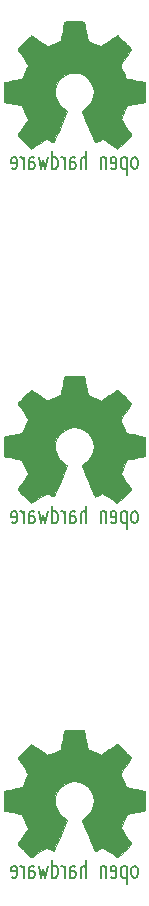
<source format=gbl>
G04 #@! TF.GenerationSoftware,KiCad,Pcbnew,(5.0.0)*
G04 #@! TF.CreationDate,2018-09-02T17:29:03+02:00*
G04 #@! TF.ProjectId,MegaBiels_P,4D6567614269656C735F502E6B696361,rev?*
G04 #@! TF.SameCoordinates,Original*
G04 #@! TF.FileFunction,Copper,L2,Bot,Signal*
G04 #@! TF.FilePolarity,Positive*
%FSLAX46Y46*%
G04 Gerber Fmt 4.6, Leading zero omitted, Abs format (unit mm)*
G04 Created by KiCad (PCBNEW (5.0.0)) date 09/02/18 17:29:03*
%MOMM*%
%LPD*%
G01*
G04 APERTURE LIST*
G04 #@! TA.AperFunction,EtchedComponent*
%ADD10C,0.002540*%
G04 #@! TD*
G04 #@! TA.AperFunction,EtchedComponent*
%ADD11C,0.150000*%
G04 #@! TD*
G04 APERTURE END LIST*
D10*
G04 #@! TO.C,G\002A\002A\002A*
G36*
X203137280Y-134389880D02*
X203073780Y-134356860D01*
X202934080Y-134267960D01*
X202733420Y-134138420D01*
X202497200Y-133978400D01*
X202258440Y-133818380D01*
X202062860Y-133686300D01*
X201925700Y-133599940D01*
X201869820Y-133566920D01*
X201839340Y-133577080D01*
X201725040Y-133632960D01*
X201562480Y-133719320D01*
X201465960Y-133767580D01*
X201316100Y-133833620D01*
X201242440Y-133846320D01*
X201229740Y-133826000D01*
X201173860Y-133709160D01*
X201087500Y-133513580D01*
X200973200Y-133251960D01*
X200843660Y-132949700D01*
X200706500Y-132619500D01*
X200566800Y-132284220D01*
X200434720Y-131966720D01*
X200315340Y-131679700D01*
X200221360Y-131446020D01*
X200160400Y-131283460D01*
X200137540Y-131212340D01*
X200145160Y-131197100D01*
X200218820Y-131125980D01*
X200350900Y-131026920D01*
X200635380Y-130795780D01*
X200914780Y-130445260D01*
X201084960Y-130049020D01*
X201143380Y-129607060D01*
X201095120Y-129198120D01*
X200932560Y-128804420D01*
X200658240Y-128451360D01*
X200325500Y-128187200D01*
X199936880Y-128022100D01*
X199500000Y-127966220D01*
X199080900Y-128014480D01*
X198679580Y-128171960D01*
X198326520Y-128441200D01*
X198176660Y-128613920D01*
X197970920Y-128972060D01*
X197854080Y-129358140D01*
X197841380Y-129454660D01*
X197859160Y-129876300D01*
X197983620Y-130280160D01*
X198204600Y-130640840D01*
X198514480Y-130938020D01*
X198552580Y-130965960D01*
X198697360Y-131072640D01*
X198791340Y-131146300D01*
X198867540Y-131207260D01*
X198331600Y-132500120D01*
X198245240Y-132705860D01*
X198097920Y-133056380D01*
X197968380Y-133361180D01*
X197864240Y-133605020D01*
X197793120Y-133765040D01*
X197762640Y-133831080D01*
X197757560Y-133833620D01*
X197711840Y-133841240D01*
X197612780Y-133805680D01*
X197432440Y-133719320D01*
X197313060Y-133658360D01*
X197175900Y-133592320D01*
X197114940Y-133566920D01*
X197061600Y-133594860D01*
X196929520Y-133681220D01*
X196739020Y-133810760D01*
X196507880Y-133965700D01*
X196286900Y-134115560D01*
X196083700Y-134250180D01*
X195936380Y-134344160D01*
X195865260Y-134382260D01*
X195855100Y-134382260D01*
X195791600Y-134346700D01*
X195674760Y-134250180D01*
X195499500Y-134082540D01*
X195250580Y-133838700D01*
X195212480Y-133800600D01*
X195006740Y-133592320D01*
X194841640Y-133417060D01*
X194729880Y-133292600D01*
X194689240Y-133236720D01*
X194727340Y-133165600D01*
X194818780Y-133018280D01*
X194953400Y-132815080D01*
X195115960Y-132573780D01*
X195545220Y-131954020D01*
X195309000Y-131367280D01*
X195237880Y-131186940D01*
X195146440Y-130968500D01*
X195077860Y-130813560D01*
X195042300Y-130744980D01*
X194978800Y-130722120D01*
X194818780Y-130684020D01*
X194585100Y-130635760D01*
X194308240Y-130584960D01*
X194044080Y-130536700D01*
X193805320Y-130490980D01*
X193632600Y-130457960D01*
X193553860Y-130442720D01*
X193536080Y-130430020D01*
X193520840Y-130391920D01*
X193510680Y-130310640D01*
X193505600Y-130165860D01*
X193500520Y-129937260D01*
X193500520Y-129607060D01*
X193500520Y-129571500D01*
X193505600Y-129256540D01*
X193510680Y-129005080D01*
X193518300Y-128839980D01*
X193531000Y-128773940D01*
X193604660Y-128756160D01*
X193774840Y-128720600D01*
X194013600Y-128672340D01*
X194298080Y-128619000D01*
X194315860Y-128616460D01*
X194600340Y-128560580D01*
X194836560Y-128512320D01*
X195004200Y-128474220D01*
X195072780Y-128451360D01*
X195088020Y-128431040D01*
X195146440Y-128319280D01*
X195227720Y-128144020D01*
X195321700Y-127930660D01*
X195413140Y-127707140D01*
X195494420Y-127506480D01*
X195547760Y-127356620D01*
X195563000Y-127288040D01*
X195519820Y-127219460D01*
X195423300Y-127072140D01*
X195283600Y-126868940D01*
X195118500Y-126627640D01*
X195105800Y-126607320D01*
X194943240Y-126368560D01*
X194811160Y-126165360D01*
X194722260Y-126020580D01*
X194689240Y-125957080D01*
X194689240Y-125952000D01*
X194745120Y-125880880D01*
X194867040Y-125743720D01*
X195042300Y-125560840D01*
X195250580Y-125350020D01*
X195319160Y-125283980D01*
X195550300Y-125055380D01*
X195712860Y-124908060D01*
X195814460Y-124826780D01*
X195862720Y-124809000D01*
X195865260Y-124811540D01*
X195936380Y-124854720D01*
X196088780Y-124953780D01*
X196294520Y-125093480D01*
X196538360Y-125258580D01*
X196553600Y-125268740D01*
X196794900Y-125431300D01*
X196993020Y-125568460D01*
X197135260Y-125662440D01*
X197198760Y-125698000D01*
X197208920Y-125698000D01*
X197305440Y-125670060D01*
X197475620Y-125611640D01*
X197686440Y-125530360D01*
X197907420Y-125441460D01*
X198110620Y-125355100D01*
X198260480Y-125286520D01*
X198331600Y-125245880D01*
X198334140Y-125243340D01*
X198359540Y-125156980D01*
X198400180Y-124976640D01*
X198453520Y-124730260D01*
X198506860Y-124435620D01*
X198517020Y-124389900D01*
X198570360Y-124102880D01*
X198616080Y-123866660D01*
X198651640Y-123704100D01*
X198666880Y-123635520D01*
X198707520Y-123627900D01*
X198847220Y-123617740D01*
X199060580Y-123610120D01*
X199319660Y-123607580D01*
X199591440Y-123610120D01*
X199855600Y-123615200D01*
X200081660Y-123622820D01*
X200244220Y-123635520D01*
X200312800Y-123648220D01*
X200315340Y-123653300D01*
X200338200Y-123742200D01*
X200378840Y-123920000D01*
X200429640Y-124168920D01*
X200485520Y-124463560D01*
X200495680Y-124516900D01*
X200549020Y-124801380D01*
X200597280Y-125035060D01*
X200632840Y-125195080D01*
X200650620Y-125258580D01*
X200676020Y-125271280D01*
X200792860Y-125324620D01*
X200983360Y-125403360D01*
X201222120Y-125499880D01*
X201770760Y-125720860D01*
X202443860Y-125258580D01*
X202504820Y-125217940D01*
X202748660Y-125052840D01*
X202946780Y-124920760D01*
X203086480Y-124831860D01*
X203142360Y-124798840D01*
X203147440Y-124801380D01*
X203216020Y-124859800D01*
X203348100Y-124984260D01*
X203530980Y-125162060D01*
X203741800Y-125372880D01*
X203899280Y-125530360D01*
X204084700Y-125718320D01*
X204201540Y-125845320D01*
X204267580Y-125926600D01*
X204290440Y-125977400D01*
X204282820Y-126010420D01*
X204239640Y-126079000D01*
X204140580Y-126226320D01*
X204003420Y-126432060D01*
X203838320Y-126668280D01*
X203703700Y-126868940D01*
X203556380Y-127095000D01*
X203462400Y-127255020D01*
X203429380Y-127333760D01*
X203437000Y-127366780D01*
X203485260Y-127498860D01*
X203564000Y-127699520D01*
X203665600Y-127935740D01*
X203899280Y-128469140D01*
X204249800Y-128535180D01*
X204460620Y-128575820D01*
X204757800Y-128634240D01*
X205042280Y-128687580D01*
X205484240Y-128773940D01*
X205499480Y-130399540D01*
X205430900Y-130430020D01*
X205364860Y-130447800D01*
X205202300Y-130483360D01*
X204968620Y-130529080D01*
X204691760Y-130582420D01*
X204455540Y-130625600D01*
X204219320Y-130671320D01*
X204049140Y-130704340D01*
X203972940Y-130719580D01*
X203955160Y-130744980D01*
X203894200Y-130861820D01*
X203810380Y-131042160D01*
X203716400Y-131263140D01*
X203622420Y-131489200D01*
X203538600Y-131700020D01*
X203480180Y-131860040D01*
X203457320Y-131943860D01*
X203490340Y-132004820D01*
X203579240Y-132144520D01*
X203711320Y-132342640D01*
X203871340Y-132578860D01*
X204033900Y-132815080D01*
X204168520Y-133015740D01*
X204265040Y-133160520D01*
X204303140Y-133226560D01*
X204282820Y-133272280D01*
X204188840Y-133386580D01*
X204011040Y-133569460D01*
X203746880Y-133831080D01*
X203703700Y-133874260D01*
X203492880Y-134074920D01*
X203315080Y-134240020D01*
X203193160Y-134349240D01*
X203137280Y-134389880D01*
X203137280Y-134389880D01*
G37*
X203137280Y-134389880D02*
X203073780Y-134356860D01*
X202934080Y-134267960D01*
X202733420Y-134138420D01*
X202497200Y-133978400D01*
X202258440Y-133818380D01*
X202062860Y-133686300D01*
X201925700Y-133599940D01*
X201869820Y-133566920D01*
X201839340Y-133577080D01*
X201725040Y-133632960D01*
X201562480Y-133719320D01*
X201465960Y-133767580D01*
X201316100Y-133833620D01*
X201242440Y-133846320D01*
X201229740Y-133826000D01*
X201173860Y-133709160D01*
X201087500Y-133513580D01*
X200973200Y-133251960D01*
X200843660Y-132949700D01*
X200706500Y-132619500D01*
X200566800Y-132284220D01*
X200434720Y-131966720D01*
X200315340Y-131679700D01*
X200221360Y-131446020D01*
X200160400Y-131283460D01*
X200137540Y-131212340D01*
X200145160Y-131197100D01*
X200218820Y-131125980D01*
X200350900Y-131026920D01*
X200635380Y-130795780D01*
X200914780Y-130445260D01*
X201084960Y-130049020D01*
X201143380Y-129607060D01*
X201095120Y-129198120D01*
X200932560Y-128804420D01*
X200658240Y-128451360D01*
X200325500Y-128187200D01*
X199936880Y-128022100D01*
X199500000Y-127966220D01*
X199080900Y-128014480D01*
X198679580Y-128171960D01*
X198326520Y-128441200D01*
X198176660Y-128613920D01*
X197970920Y-128972060D01*
X197854080Y-129358140D01*
X197841380Y-129454660D01*
X197859160Y-129876300D01*
X197983620Y-130280160D01*
X198204600Y-130640840D01*
X198514480Y-130938020D01*
X198552580Y-130965960D01*
X198697360Y-131072640D01*
X198791340Y-131146300D01*
X198867540Y-131207260D01*
X198331600Y-132500120D01*
X198245240Y-132705860D01*
X198097920Y-133056380D01*
X197968380Y-133361180D01*
X197864240Y-133605020D01*
X197793120Y-133765040D01*
X197762640Y-133831080D01*
X197757560Y-133833620D01*
X197711840Y-133841240D01*
X197612780Y-133805680D01*
X197432440Y-133719320D01*
X197313060Y-133658360D01*
X197175900Y-133592320D01*
X197114940Y-133566920D01*
X197061600Y-133594860D01*
X196929520Y-133681220D01*
X196739020Y-133810760D01*
X196507880Y-133965700D01*
X196286900Y-134115560D01*
X196083700Y-134250180D01*
X195936380Y-134344160D01*
X195865260Y-134382260D01*
X195855100Y-134382260D01*
X195791600Y-134346700D01*
X195674760Y-134250180D01*
X195499500Y-134082540D01*
X195250580Y-133838700D01*
X195212480Y-133800600D01*
X195006740Y-133592320D01*
X194841640Y-133417060D01*
X194729880Y-133292600D01*
X194689240Y-133236720D01*
X194727340Y-133165600D01*
X194818780Y-133018280D01*
X194953400Y-132815080D01*
X195115960Y-132573780D01*
X195545220Y-131954020D01*
X195309000Y-131367280D01*
X195237880Y-131186940D01*
X195146440Y-130968500D01*
X195077860Y-130813560D01*
X195042300Y-130744980D01*
X194978800Y-130722120D01*
X194818780Y-130684020D01*
X194585100Y-130635760D01*
X194308240Y-130584960D01*
X194044080Y-130536700D01*
X193805320Y-130490980D01*
X193632600Y-130457960D01*
X193553860Y-130442720D01*
X193536080Y-130430020D01*
X193520840Y-130391920D01*
X193510680Y-130310640D01*
X193505600Y-130165860D01*
X193500520Y-129937260D01*
X193500520Y-129607060D01*
X193500520Y-129571500D01*
X193505600Y-129256540D01*
X193510680Y-129005080D01*
X193518300Y-128839980D01*
X193531000Y-128773940D01*
X193604660Y-128756160D01*
X193774840Y-128720600D01*
X194013600Y-128672340D01*
X194298080Y-128619000D01*
X194315860Y-128616460D01*
X194600340Y-128560580D01*
X194836560Y-128512320D01*
X195004200Y-128474220D01*
X195072780Y-128451360D01*
X195088020Y-128431040D01*
X195146440Y-128319280D01*
X195227720Y-128144020D01*
X195321700Y-127930660D01*
X195413140Y-127707140D01*
X195494420Y-127506480D01*
X195547760Y-127356620D01*
X195563000Y-127288040D01*
X195519820Y-127219460D01*
X195423300Y-127072140D01*
X195283600Y-126868940D01*
X195118500Y-126627640D01*
X195105800Y-126607320D01*
X194943240Y-126368560D01*
X194811160Y-126165360D01*
X194722260Y-126020580D01*
X194689240Y-125957080D01*
X194689240Y-125952000D01*
X194745120Y-125880880D01*
X194867040Y-125743720D01*
X195042300Y-125560840D01*
X195250580Y-125350020D01*
X195319160Y-125283980D01*
X195550300Y-125055380D01*
X195712860Y-124908060D01*
X195814460Y-124826780D01*
X195862720Y-124809000D01*
X195865260Y-124811540D01*
X195936380Y-124854720D01*
X196088780Y-124953780D01*
X196294520Y-125093480D01*
X196538360Y-125258580D01*
X196553600Y-125268740D01*
X196794900Y-125431300D01*
X196993020Y-125568460D01*
X197135260Y-125662440D01*
X197198760Y-125698000D01*
X197208920Y-125698000D01*
X197305440Y-125670060D01*
X197475620Y-125611640D01*
X197686440Y-125530360D01*
X197907420Y-125441460D01*
X198110620Y-125355100D01*
X198260480Y-125286520D01*
X198331600Y-125245880D01*
X198334140Y-125243340D01*
X198359540Y-125156980D01*
X198400180Y-124976640D01*
X198453520Y-124730260D01*
X198506860Y-124435620D01*
X198517020Y-124389900D01*
X198570360Y-124102880D01*
X198616080Y-123866660D01*
X198651640Y-123704100D01*
X198666880Y-123635520D01*
X198707520Y-123627900D01*
X198847220Y-123617740D01*
X199060580Y-123610120D01*
X199319660Y-123607580D01*
X199591440Y-123610120D01*
X199855600Y-123615200D01*
X200081660Y-123622820D01*
X200244220Y-123635520D01*
X200312800Y-123648220D01*
X200315340Y-123653300D01*
X200338200Y-123742200D01*
X200378840Y-123920000D01*
X200429640Y-124168920D01*
X200485520Y-124463560D01*
X200495680Y-124516900D01*
X200549020Y-124801380D01*
X200597280Y-125035060D01*
X200632840Y-125195080D01*
X200650620Y-125258580D01*
X200676020Y-125271280D01*
X200792860Y-125324620D01*
X200983360Y-125403360D01*
X201222120Y-125499880D01*
X201770760Y-125720860D01*
X202443860Y-125258580D01*
X202504820Y-125217940D01*
X202748660Y-125052840D01*
X202946780Y-124920760D01*
X203086480Y-124831860D01*
X203142360Y-124798840D01*
X203147440Y-124801380D01*
X203216020Y-124859800D01*
X203348100Y-124984260D01*
X203530980Y-125162060D01*
X203741800Y-125372880D01*
X203899280Y-125530360D01*
X204084700Y-125718320D01*
X204201540Y-125845320D01*
X204267580Y-125926600D01*
X204290440Y-125977400D01*
X204282820Y-126010420D01*
X204239640Y-126079000D01*
X204140580Y-126226320D01*
X204003420Y-126432060D01*
X203838320Y-126668280D01*
X203703700Y-126868940D01*
X203556380Y-127095000D01*
X203462400Y-127255020D01*
X203429380Y-127333760D01*
X203437000Y-127366780D01*
X203485260Y-127498860D01*
X203564000Y-127699520D01*
X203665600Y-127935740D01*
X203899280Y-128469140D01*
X204249800Y-128535180D01*
X204460620Y-128575820D01*
X204757800Y-128634240D01*
X205042280Y-128687580D01*
X205484240Y-128773940D01*
X205499480Y-130399540D01*
X205430900Y-130430020D01*
X205364860Y-130447800D01*
X205202300Y-130483360D01*
X204968620Y-130529080D01*
X204691760Y-130582420D01*
X204455540Y-130625600D01*
X204219320Y-130671320D01*
X204049140Y-130704340D01*
X203972940Y-130719580D01*
X203955160Y-130744980D01*
X203894200Y-130861820D01*
X203810380Y-131042160D01*
X203716400Y-131263140D01*
X203622420Y-131489200D01*
X203538600Y-131700020D01*
X203480180Y-131860040D01*
X203457320Y-131943860D01*
X203490340Y-132004820D01*
X203579240Y-132144520D01*
X203711320Y-132342640D01*
X203871340Y-132578860D01*
X204033900Y-132815080D01*
X204168520Y-133015740D01*
X204265040Y-133160520D01*
X204303140Y-133226560D01*
X204282820Y-133272280D01*
X204188840Y-133386580D01*
X204011040Y-133569460D01*
X203746880Y-133831080D01*
X203703700Y-133874260D01*
X203492880Y-134074920D01*
X203315080Y-134240020D01*
X203193160Y-134349240D01*
X203137280Y-134389880D01*
D11*
X204810000Y-135250000D02*
X204860000Y-135400000D01*
X204750000Y-135170000D02*
X204810000Y-135250000D01*
X204670000Y-135110000D02*
X204750000Y-135170000D01*
X204520000Y-135110000D02*
X204670000Y-135110000D01*
X204430000Y-135180000D02*
X204520000Y-135110000D01*
X204380000Y-135250000D02*
X204430000Y-135180000D01*
X204330000Y-135410000D02*
X204380000Y-135250000D01*
X204330000Y-135820000D02*
X204330000Y-135410000D01*
X204380000Y-135960000D02*
X204330000Y-135820000D01*
X204420000Y-136030000D02*
X204380000Y-135960000D01*
X204520000Y-136110000D02*
X204420000Y-136030000D01*
X204660000Y-136110000D02*
X204520000Y-136110000D01*
X204760000Y-136040000D02*
X204660000Y-136110000D01*
X204810000Y-135950000D02*
X204760000Y-136040000D01*
X204860000Y-135810000D02*
X204810000Y-135950000D01*
X204860000Y-135400000D02*
X204860000Y-135810000D01*
X203900000Y-136030000D02*
X203800000Y-136100000D01*
X203620000Y-136100000D02*
X203520000Y-136020000D01*
X203520000Y-136020000D02*
X203480000Y-135950000D01*
X203480000Y-135950000D02*
X203430000Y-135810000D01*
X203430000Y-135810000D02*
X203430000Y-135400000D01*
X203430000Y-135400000D02*
X203480000Y-135240000D01*
X203480000Y-135240000D02*
X203530000Y-135170000D01*
X203530000Y-135170000D02*
X203620000Y-135100000D01*
X203800000Y-135100000D02*
X203880000Y-135160000D01*
X203800000Y-136100000D02*
X203610000Y-136100000D01*
X203800000Y-135100000D02*
X203620000Y-135100000D01*
X203910000Y-135100000D02*
X203910000Y-136610000D01*
X202720000Y-136110000D02*
X202620000Y-136040000D01*
X202900000Y-136110000D02*
X202720000Y-136110000D01*
X203000000Y-136040000D02*
X202900000Y-136110000D01*
X203050000Y-135900000D02*
X203000000Y-136040000D01*
X203050000Y-135320000D02*
X203050000Y-135900000D01*
X202990000Y-135170000D02*
X203050000Y-135320000D01*
X202890000Y-135100000D02*
X202990000Y-135170000D01*
X202720000Y-135100000D02*
X202890000Y-135100000D01*
X202620000Y-135190000D02*
X202720000Y-135100000D01*
X202570000Y-135320000D02*
X202620000Y-135190000D01*
X202570000Y-135590000D02*
X202570000Y-135320000D01*
X203050000Y-135590000D02*
X202570000Y-135590000D01*
X202140000Y-135110000D02*
X202140000Y-136110000D01*
X202080000Y-135170000D02*
X202140000Y-135240000D01*
X202000000Y-135110000D02*
X202080000Y-135170000D01*
X201860000Y-135110000D02*
X202000000Y-135110000D01*
X201760000Y-135180000D02*
X201860000Y-135110000D01*
X201710000Y-135330000D02*
X201760000Y-135180000D01*
X201710000Y-136110000D02*
X201710000Y-135330000D01*
X200050000Y-136110000D02*
X200050000Y-135330000D01*
X200050000Y-135330000D02*
X200100000Y-135180000D01*
X200100000Y-135180000D02*
X200200000Y-135110000D01*
X200200000Y-135110000D02*
X200340000Y-135110000D01*
X200340000Y-135110000D02*
X200420000Y-135170000D01*
X200420000Y-135170000D02*
X200480000Y-135240000D01*
X200480000Y-136110000D02*
X200480000Y-134610000D01*
X199140000Y-135320000D02*
X199140000Y-136110000D01*
X199200000Y-135170000D02*
X199140000Y-135320000D01*
X199290000Y-135100000D02*
X199200000Y-135170000D01*
X199470000Y-135100000D02*
X199290000Y-135100000D01*
X199580000Y-135180000D02*
X199470000Y-135100000D01*
X199620000Y-135880000D02*
X199580000Y-136020000D01*
X199620000Y-135750000D02*
X199620000Y-135880000D01*
X199570000Y-135610000D02*
X199620000Y-135750000D01*
X199470000Y-135530000D02*
X199570000Y-135610000D01*
X199230000Y-135530000D02*
X199470000Y-135530000D01*
X199140000Y-135460000D02*
X199230000Y-135530000D01*
X199240000Y-136110000D02*
X199140000Y-136030000D01*
X199470000Y-136110000D02*
X199240000Y-136110000D01*
X199580000Y-136020000D02*
X199470000Y-136110000D01*
X196100000Y-136020000D02*
X195990000Y-136110000D01*
X195990000Y-136110000D02*
X195760000Y-136110000D01*
X195760000Y-136110000D02*
X195660000Y-136030000D01*
X195660000Y-135460000D02*
X195750000Y-135530000D01*
X195750000Y-135530000D02*
X195990000Y-135530000D01*
X195990000Y-135530000D02*
X196090000Y-135610000D01*
X196090000Y-135610000D02*
X196140000Y-135750000D01*
X196140000Y-135750000D02*
X196140000Y-135880000D01*
X196140000Y-135880000D02*
X196100000Y-136020000D01*
X196100000Y-135180000D02*
X195990000Y-135100000D01*
X195990000Y-135100000D02*
X195810000Y-135100000D01*
X195810000Y-135100000D02*
X195720000Y-135170000D01*
X195720000Y-135170000D02*
X195660000Y-135320000D01*
X195660000Y-135320000D02*
X195660000Y-136110000D01*
X198670000Y-135110000D02*
X198670000Y-136110000D01*
X198620000Y-135250000D02*
X198670000Y-135420000D01*
X198580000Y-135190000D02*
X198620000Y-135250000D01*
X198480000Y-135110000D02*
X198580000Y-135190000D01*
X198370000Y-135110000D02*
X198480000Y-135110000D01*
X197620000Y-134610000D02*
X197620000Y-136110000D01*
X197720000Y-135110000D02*
X197620000Y-135190000D01*
X197900000Y-135110000D02*
X197720000Y-135110000D01*
X197980000Y-135160000D02*
X197900000Y-135110000D01*
X198050000Y-135250000D02*
X197980000Y-135160000D01*
X198100000Y-135400000D02*
X198050000Y-135250000D01*
X198100000Y-135820000D02*
X198100000Y-135400000D01*
X198040000Y-135980000D02*
X198100000Y-135820000D01*
X197970000Y-136060000D02*
X198040000Y-135980000D01*
X197900000Y-136110000D02*
X197970000Y-136060000D01*
X197710000Y-136110000D02*
X197900000Y-136110000D01*
X197620000Y-136030000D02*
X197710000Y-136110000D01*
X196670000Y-136110000D02*
X196470000Y-135100000D01*
X196860000Y-135390000D02*
X196670000Y-136110000D01*
X197050000Y-136110000D02*
X196860000Y-135390000D01*
X197240000Y-135100000D02*
X197050000Y-136110000D01*
X194890000Y-135110000D02*
X195000000Y-135110000D01*
X195000000Y-135110000D02*
X195100000Y-135190000D01*
X195100000Y-135190000D02*
X195140000Y-135250000D01*
X195140000Y-135250000D02*
X195190000Y-135420000D01*
X195190000Y-135110000D02*
X195190000Y-136110000D01*
X194620000Y-135590000D02*
X194140000Y-135590000D01*
X194140000Y-135590000D02*
X194140000Y-135320000D01*
X194140000Y-135320000D02*
X194190000Y-135190000D01*
X194190000Y-135190000D02*
X194290000Y-135100000D01*
X194290000Y-135100000D02*
X194460000Y-135100000D01*
X194460000Y-135100000D02*
X194560000Y-135170000D01*
X194560000Y-135170000D02*
X194620000Y-135320000D01*
X194620000Y-135320000D02*
X194620000Y-135900000D01*
X194620000Y-135900000D02*
X194570000Y-136040000D01*
X194570000Y-136040000D02*
X194470000Y-136110000D01*
X194470000Y-136110000D02*
X194290000Y-136110000D01*
X194290000Y-136110000D02*
X194190000Y-136040000D01*
X194290000Y-106110000D02*
X194190000Y-106040000D01*
X194470000Y-106110000D02*
X194290000Y-106110000D01*
X194570000Y-106040000D02*
X194470000Y-106110000D01*
X194620000Y-105900000D02*
X194570000Y-106040000D01*
X194620000Y-105320000D02*
X194620000Y-105900000D01*
X194560000Y-105170000D02*
X194620000Y-105320000D01*
X194460000Y-105100000D02*
X194560000Y-105170000D01*
X194290000Y-105100000D02*
X194460000Y-105100000D01*
X194190000Y-105190000D02*
X194290000Y-105100000D01*
X194140000Y-105320000D02*
X194190000Y-105190000D01*
X194140000Y-105590000D02*
X194140000Y-105320000D01*
X194620000Y-105590000D02*
X194140000Y-105590000D01*
X195190000Y-105110000D02*
X195190000Y-106110000D01*
X195140000Y-105250000D02*
X195190000Y-105420000D01*
X195100000Y-105190000D02*
X195140000Y-105250000D01*
X195000000Y-105110000D02*
X195100000Y-105190000D01*
X194890000Y-105110000D02*
X195000000Y-105110000D01*
X197240000Y-105100000D02*
X197050000Y-106110000D01*
X197050000Y-106110000D02*
X196860000Y-105390000D01*
X196860000Y-105390000D02*
X196670000Y-106110000D01*
X196670000Y-106110000D02*
X196470000Y-105100000D01*
X197620000Y-106030000D02*
X197710000Y-106110000D01*
X197710000Y-106110000D02*
X197900000Y-106110000D01*
X197900000Y-106110000D02*
X197970000Y-106060000D01*
X197970000Y-106060000D02*
X198040000Y-105980000D01*
X198040000Y-105980000D02*
X198100000Y-105820000D01*
X198100000Y-105820000D02*
X198100000Y-105400000D01*
X198100000Y-105400000D02*
X198050000Y-105250000D01*
X198050000Y-105250000D02*
X197980000Y-105160000D01*
X197980000Y-105160000D02*
X197900000Y-105110000D01*
X197900000Y-105110000D02*
X197720000Y-105110000D01*
X197720000Y-105110000D02*
X197620000Y-105190000D01*
X197620000Y-104610000D02*
X197620000Y-106110000D01*
X198370000Y-105110000D02*
X198480000Y-105110000D01*
X198480000Y-105110000D02*
X198580000Y-105190000D01*
X198580000Y-105190000D02*
X198620000Y-105250000D01*
X198620000Y-105250000D02*
X198670000Y-105420000D01*
X198670000Y-105110000D02*
X198670000Y-106110000D01*
X195660000Y-105320000D02*
X195660000Y-106110000D01*
X195720000Y-105170000D02*
X195660000Y-105320000D01*
X195810000Y-105100000D02*
X195720000Y-105170000D01*
X195990000Y-105100000D02*
X195810000Y-105100000D01*
X196100000Y-105180000D02*
X195990000Y-105100000D01*
X196140000Y-105880000D02*
X196100000Y-106020000D01*
X196140000Y-105750000D02*
X196140000Y-105880000D01*
X196090000Y-105610000D02*
X196140000Y-105750000D01*
X195990000Y-105530000D02*
X196090000Y-105610000D01*
X195750000Y-105530000D02*
X195990000Y-105530000D01*
X195660000Y-105460000D02*
X195750000Y-105530000D01*
X195760000Y-106110000D02*
X195660000Y-106030000D01*
X195990000Y-106110000D02*
X195760000Y-106110000D01*
X196100000Y-106020000D02*
X195990000Y-106110000D01*
X199580000Y-106020000D02*
X199470000Y-106110000D01*
X199470000Y-106110000D02*
X199240000Y-106110000D01*
X199240000Y-106110000D02*
X199140000Y-106030000D01*
X199140000Y-105460000D02*
X199230000Y-105530000D01*
X199230000Y-105530000D02*
X199470000Y-105530000D01*
X199470000Y-105530000D02*
X199570000Y-105610000D01*
X199570000Y-105610000D02*
X199620000Y-105750000D01*
X199620000Y-105750000D02*
X199620000Y-105880000D01*
X199620000Y-105880000D02*
X199580000Y-106020000D01*
X199580000Y-105180000D02*
X199470000Y-105100000D01*
X199470000Y-105100000D02*
X199290000Y-105100000D01*
X199290000Y-105100000D02*
X199200000Y-105170000D01*
X199200000Y-105170000D02*
X199140000Y-105320000D01*
X199140000Y-105320000D02*
X199140000Y-106110000D01*
X200480000Y-106110000D02*
X200480000Y-104610000D01*
X200420000Y-105170000D02*
X200480000Y-105240000D01*
X200340000Y-105110000D02*
X200420000Y-105170000D01*
X200200000Y-105110000D02*
X200340000Y-105110000D01*
X200100000Y-105180000D02*
X200200000Y-105110000D01*
X200050000Y-105330000D02*
X200100000Y-105180000D01*
X200050000Y-106110000D02*
X200050000Y-105330000D01*
X201710000Y-106110000D02*
X201710000Y-105330000D01*
X201710000Y-105330000D02*
X201760000Y-105180000D01*
X201760000Y-105180000D02*
X201860000Y-105110000D01*
X201860000Y-105110000D02*
X202000000Y-105110000D01*
X202000000Y-105110000D02*
X202080000Y-105170000D01*
X202080000Y-105170000D02*
X202140000Y-105240000D01*
X202140000Y-105110000D02*
X202140000Y-106110000D01*
X203050000Y-105590000D02*
X202570000Y-105590000D01*
X202570000Y-105590000D02*
X202570000Y-105320000D01*
X202570000Y-105320000D02*
X202620000Y-105190000D01*
X202620000Y-105190000D02*
X202720000Y-105100000D01*
X202720000Y-105100000D02*
X202890000Y-105100000D01*
X202890000Y-105100000D02*
X202990000Y-105170000D01*
X202990000Y-105170000D02*
X203050000Y-105320000D01*
X203050000Y-105320000D02*
X203050000Y-105900000D01*
X203050000Y-105900000D02*
X203000000Y-106040000D01*
X203000000Y-106040000D02*
X202900000Y-106110000D01*
X202900000Y-106110000D02*
X202720000Y-106110000D01*
X202720000Y-106110000D02*
X202620000Y-106040000D01*
X203910000Y-105100000D02*
X203910000Y-106610000D01*
X203800000Y-105100000D02*
X203620000Y-105100000D01*
X203800000Y-106100000D02*
X203610000Y-106100000D01*
X203800000Y-105100000D02*
X203880000Y-105160000D01*
X203530000Y-105170000D02*
X203620000Y-105100000D01*
X203480000Y-105240000D02*
X203530000Y-105170000D01*
X203430000Y-105400000D02*
X203480000Y-105240000D01*
X203430000Y-105810000D02*
X203430000Y-105400000D01*
X203480000Y-105950000D02*
X203430000Y-105810000D01*
X203520000Y-106020000D02*
X203480000Y-105950000D01*
X203620000Y-106100000D02*
X203520000Y-106020000D01*
X203900000Y-106030000D02*
X203800000Y-106100000D01*
X204860000Y-105400000D02*
X204860000Y-105810000D01*
X204860000Y-105810000D02*
X204810000Y-105950000D01*
X204810000Y-105950000D02*
X204760000Y-106040000D01*
X204760000Y-106040000D02*
X204660000Y-106110000D01*
X204660000Y-106110000D02*
X204520000Y-106110000D01*
X204520000Y-106110000D02*
X204420000Y-106030000D01*
X204420000Y-106030000D02*
X204380000Y-105960000D01*
X204380000Y-105960000D02*
X204330000Y-105820000D01*
X204330000Y-105820000D02*
X204330000Y-105410000D01*
X204330000Y-105410000D02*
X204380000Y-105250000D01*
X204380000Y-105250000D02*
X204430000Y-105180000D01*
X204430000Y-105180000D02*
X204520000Y-105110000D01*
X204520000Y-105110000D02*
X204670000Y-105110000D01*
X204670000Y-105110000D02*
X204750000Y-105170000D01*
X204750000Y-105170000D02*
X204810000Y-105250000D01*
X204810000Y-105250000D02*
X204860000Y-105400000D01*
D10*
G36*
X203137280Y-104389880D02*
X203073780Y-104356860D01*
X202934080Y-104267960D01*
X202733420Y-104138420D01*
X202497200Y-103978400D01*
X202258440Y-103818380D01*
X202062860Y-103686300D01*
X201925700Y-103599940D01*
X201869820Y-103566920D01*
X201839340Y-103577080D01*
X201725040Y-103632960D01*
X201562480Y-103719320D01*
X201465960Y-103767580D01*
X201316100Y-103833620D01*
X201242440Y-103846320D01*
X201229740Y-103826000D01*
X201173860Y-103709160D01*
X201087500Y-103513580D01*
X200973200Y-103251960D01*
X200843660Y-102949700D01*
X200706500Y-102619500D01*
X200566800Y-102284220D01*
X200434720Y-101966720D01*
X200315340Y-101679700D01*
X200221360Y-101446020D01*
X200160400Y-101283460D01*
X200137540Y-101212340D01*
X200145160Y-101197100D01*
X200218820Y-101125980D01*
X200350900Y-101026920D01*
X200635380Y-100795780D01*
X200914780Y-100445260D01*
X201084960Y-100049020D01*
X201143380Y-99607060D01*
X201095120Y-99198120D01*
X200932560Y-98804420D01*
X200658240Y-98451360D01*
X200325500Y-98187200D01*
X199936880Y-98022100D01*
X199500000Y-97966220D01*
X199080900Y-98014480D01*
X198679580Y-98171960D01*
X198326520Y-98441200D01*
X198176660Y-98613920D01*
X197970920Y-98972060D01*
X197854080Y-99358140D01*
X197841380Y-99454660D01*
X197859160Y-99876300D01*
X197983620Y-100280160D01*
X198204600Y-100640840D01*
X198514480Y-100938020D01*
X198552580Y-100965960D01*
X198697360Y-101072640D01*
X198791340Y-101146300D01*
X198867540Y-101207260D01*
X198331600Y-102500120D01*
X198245240Y-102705860D01*
X198097920Y-103056380D01*
X197968380Y-103361180D01*
X197864240Y-103605020D01*
X197793120Y-103765040D01*
X197762640Y-103831080D01*
X197757560Y-103833620D01*
X197711840Y-103841240D01*
X197612780Y-103805680D01*
X197432440Y-103719320D01*
X197313060Y-103658360D01*
X197175900Y-103592320D01*
X197114940Y-103566920D01*
X197061600Y-103594860D01*
X196929520Y-103681220D01*
X196739020Y-103810760D01*
X196507880Y-103965700D01*
X196286900Y-104115560D01*
X196083700Y-104250180D01*
X195936380Y-104344160D01*
X195865260Y-104382260D01*
X195855100Y-104382260D01*
X195791600Y-104346700D01*
X195674760Y-104250180D01*
X195499500Y-104082540D01*
X195250580Y-103838700D01*
X195212480Y-103800600D01*
X195006740Y-103592320D01*
X194841640Y-103417060D01*
X194729880Y-103292600D01*
X194689240Y-103236720D01*
X194727340Y-103165600D01*
X194818780Y-103018280D01*
X194953400Y-102815080D01*
X195115960Y-102573780D01*
X195545220Y-101954020D01*
X195309000Y-101367280D01*
X195237880Y-101186940D01*
X195146440Y-100968500D01*
X195077860Y-100813560D01*
X195042300Y-100744980D01*
X194978800Y-100722120D01*
X194818780Y-100684020D01*
X194585100Y-100635760D01*
X194308240Y-100584960D01*
X194044080Y-100536700D01*
X193805320Y-100490980D01*
X193632600Y-100457960D01*
X193553860Y-100442720D01*
X193536080Y-100430020D01*
X193520840Y-100391920D01*
X193510680Y-100310640D01*
X193505600Y-100165860D01*
X193500520Y-99937260D01*
X193500520Y-99607060D01*
X193500520Y-99571500D01*
X193505600Y-99256540D01*
X193510680Y-99005080D01*
X193518300Y-98839980D01*
X193531000Y-98773940D01*
X193604660Y-98756160D01*
X193774840Y-98720600D01*
X194013600Y-98672340D01*
X194298080Y-98619000D01*
X194315860Y-98616460D01*
X194600340Y-98560580D01*
X194836560Y-98512320D01*
X195004200Y-98474220D01*
X195072780Y-98451360D01*
X195088020Y-98431040D01*
X195146440Y-98319280D01*
X195227720Y-98144020D01*
X195321700Y-97930660D01*
X195413140Y-97707140D01*
X195494420Y-97506480D01*
X195547760Y-97356620D01*
X195563000Y-97288040D01*
X195519820Y-97219460D01*
X195423300Y-97072140D01*
X195283600Y-96868940D01*
X195118500Y-96627640D01*
X195105800Y-96607320D01*
X194943240Y-96368560D01*
X194811160Y-96165360D01*
X194722260Y-96020580D01*
X194689240Y-95957080D01*
X194689240Y-95952000D01*
X194745120Y-95880880D01*
X194867040Y-95743720D01*
X195042300Y-95560840D01*
X195250580Y-95350020D01*
X195319160Y-95283980D01*
X195550300Y-95055380D01*
X195712860Y-94908060D01*
X195814460Y-94826780D01*
X195862720Y-94809000D01*
X195865260Y-94811540D01*
X195936380Y-94854720D01*
X196088780Y-94953780D01*
X196294520Y-95093480D01*
X196538360Y-95258580D01*
X196553600Y-95268740D01*
X196794900Y-95431300D01*
X196993020Y-95568460D01*
X197135260Y-95662440D01*
X197198760Y-95698000D01*
X197208920Y-95698000D01*
X197305440Y-95670060D01*
X197475620Y-95611640D01*
X197686440Y-95530360D01*
X197907420Y-95441460D01*
X198110620Y-95355100D01*
X198260480Y-95286520D01*
X198331600Y-95245880D01*
X198334140Y-95243340D01*
X198359540Y-95156980D01*
X198400180Y-94976640D01*
X198453520Y-94730260D01*
X198506860Y-94435620D01*
X198517020Y-94389900D01*
X198570360Y-94102880D01*
X198616080Y-93866660D01*
X198651640Y-93704100D01*
X198666880Y-93635520D01*
X198707520Y-93627900D01*
X198847220Y-93617740D01*
X199060580Y-93610120D01*
X199319660Y-93607580D01*
X199591440Y-93610120D01*
X199855600Y-93615200D01*
X200081660Y-93622820D01*
X200244220Y-93635520D01*
X200312800Y-93648220D01*
X200315340Y-93653300D01*
X200338200Y-93742200D01*
X200378840Y-93920000D01*
X200429640Y-94168920D01*
X200485520Y-94463560D01*
X200495680Y-94516900D01*
X200549020Y-94801380D01*
X200597280Y-95035060D01*
X200632840Y-95195080D01*
X200650620Y-95258580D01*
X200676020Y-95271280D01*
X200792860Y-95324620D01*
X200983360Y-95403360D01*
X201222120Y-95499880D01*
X201770760Y-95720860D01*
X202443860Y-95258580D01*
X202504820Y-95217940D01*
X202748660Y-95052840D01*
X202946780Y-94920760D01*
X203086480Y-94831860D01*
X203142360Y-94798840D01*
X203147440Y-94801380D01*
X203216020Y-94859800D01*
X203348100Y-94984260D01*
X203530980Y-95162060D01*
X203741800Y-95372880D01*
X203899280Y-95530360D01*
X204084700Y-95718320D01*
X204201540Y-95845320D01*
X204267580Y-95926600D01*
X204290440Y-95977400D01*
X204282820Y-96010420D01*
X204239640Y-96079000D01*
X204140580Y-96226320D01*
X204003420Y-96432060D01*
X203838320Y-96668280D01*
X203703700Y-96868940D01*
X203556380Y-97095000D01*
X203462400Y-97255020D01*
X203429380Y-97333760D01*
X203437000Y-97366780D01*
X203485260Y-97498860D01*
X203564000Y-97699520D01*
X203665600Y-97935740D01*
X203899280Y-98469140D01*
X204249800Y-98535180D01*
X204460620Y-98575820D01*
X204757800Y-98634240D01*
X205042280Y-98687580D01*
X205484240Y-98773940D01*
X205499480Y-100399540D01*
X205430900Y-100430020D01*
X205364860Y-100447800D01*
X205202300Y-100483360D01*
X204968620Y-100529080D01*
X204691760Y-100582420D01*
X204455540Y-100625600D01*
X204219320Y-100671320D01*
X204049140Y-100704340D01*
X203972940Y-100719580D01*
X203955160Y-100744980D01*
X203894200Y-100861820D01*
X203810380Y-101042160D01*
X203716400Y-101263140D01*
X203622420Y-101489200D01*
X203538600Y-101700020D01*
X203480180Y-101860040D01*
X203457320Y-101943860D01*
X203490340Y-102004820D01*
X203579240Y-102144520D01*
X203711320Y-102342640D01*
X203871340Y-102578860D01*
X204033900Y-102815080D01*
X204168520Y-103015740D01*
X204265040Y-103160520D01*
X204303140Y-103226560D01*
X204282820Y-103272280D01*
X204188840Y-103386580D01*
X204011040Y-103569460D01*
X203746880Y-103831080D01*
X203703700Y-103874260D01*
X203492880Y-104074920D01*
X203315080Y-104240020D01*
X203193160Y-104349240D01*
X203137280Y-104389880D01*
X203137280Y-104389880D01*
G37*
X203137280Y-104389880D02*
X203073780Y-104356860D01*
X202934080Y-104267960D01*
X202733420Y-104138420D01*
X202497200Y-103978400D01*
X202258440Y-103818380D01*
X202062860Y-103686300D01*
X201925700Y-103599940D01*
X201869820Y-103566920D01*
X201839340Y-103577080D01*
X201725040Y-103632960D01*
X201562480Y-103719320D01*
X201465960Y-103767580D01*
X201316100Y-103833620D01*
X201242440Y-103846320D01*
X201229740Y-103826000D01*
X201173860Y-103709160D01*
X201087500Y-103513580D01*
X200973200Y-103251960D01*
X200843660Y-102949700D01*
X200706500Y-102619500D01*
X200566800Y-102284220D01*
X200434720Y-101966720D01*
X200315340Y-101679700D01*
X200221360Y-101446020D01*
X200160400Y-101283460D01*
X200137540Y-101212340D01*
X200145160Y-101197100D01*
X200218820Y-101125980D01*
X200350900Y-101026920D01*
X200635380Y-100795780D01*
X200914780Y-100445260D01*
X201084960Y-100049020D01*
X201143380Y-99607060D01*
X201095120Y-99198120D01*
X200932560Y-98804420D01*
X200658240Y-98451360D01*
X200325500Y-98187200D01*
X199936880Y-98022100D01*
X199500000Y-97966220D01*
X199080900Y-98014480D01*
X198679580Y-98171960D01*
X198326520Y-98441200D01*
X198176660Y-98613920D01*
X197970920Y-98972060D01*
X197854080Y-99358140D01*
X197841380Y-99454660D01*
X197859160Y-99876300D01*
X197983620Y-100280160D01*
X198204600Y-100640840D01*
X198514480Y-100938020D01*
X198552580Y-100965960D01*
X198697360Y-101072640D01*
X198791340Y-101146300D01*
X198867540Y-101207260D01*
X198331600Y-102500120D01*
X198245240Y-102705860D01*
X198097920Y-103056380D01*
X197968380Y-103361180D01*
X197864240Y-103605020D01*
X197793120Y-103765040D01*
X197762640Y-103831080D01*
X197757560Y-103833620D01*
X197711840Y-103841240D01*
X197612780Y-103805680D01*
X197432440Y-103719320D01*
X197313060Y-103658360D01*
X197175900Y-103592320D01*
X197114940Y-103566920D01*
X197061600Y-103594860D01*
X196929520Y-103681220D01*
X196739020Y-103810760D01*
X196507880Y-103965700D01*
X196286900Y-104115560D01*
X196083700Y-104250180D01*
X195936380Y-104344160D01*
X195865260Y-104382260D01*
X195855100Y-104382260D01*
X195791600Y-104346700D01*
X195674760Y-104250180D01*
X195499500Y-104082540D01*
X195250580Y-103838700D01*
X195212480Y-103800600D01*
X195006740Y-103592320D01*
X194841640Y-103417060D01*
X194729880Y-103292600D01*
X194689240Y-103236720D01*
X194727340Y-103165600D01*
X194818780Y-103018280D01*
X194953400Y-102815080D01*
X195115960Y-102573780D01*
X195545220Y-101954020D01*
X195309000Y-101367280D01*
X195237880Y-101186940D01*
X195146440Y-100968500D01*
X195077860Y-100813560D01*
X195042300Y-100744980D01*
X194978800Y-100722120D01*
X194818780Y-100684020D01*
X194585100Y-100635760D01*
X194308240Y-100584960D01*
X194044080Y-100536700D01*
X193805320Y-100490980D01*
X193632600Y-100457960D01*
X193553860Y-100442720D01*
X193536080Y-100430020D01*
X193520840Y-100391920D01*
X193510680Y-100310640D01*
X193505600Y-100165860D01*
X193500520Y-99937260D01*
X193500520Y-99607060D01*
X193500520Y-99571500D01*
X193505600Y-99256540D01*
X193510680Y-99005080D01*
X193518300Y-98839980D01*
X193531000Y-98773940D01*
X193604660Y-98756160D01*
X193774840Y-98720600D01*
X194013600Y-98672340D01*
X194298080Y-98619000D01*
X194315860Y-98616460D01*
X194600340Y-98560580D01*
X194836560Y-98512320D01*
X195004200Y-98474220D01*
X195072780Y-98451360D01*
X195088020Y-98431040D01*
X195146440Y-98319280D01*
X195227720Y-98144020D01*
X195321700Y-97930660D01*
X195413140Y-97707140D01*
X195494420Y-97506480D01*
X195547760Y-97356620D01*
X195563000Y-97288040D01*
X195519820Y-97219460D01*
X195423300Y-97072140D01*
X195283600Y-96868940D01*
X195118500Y-96627640D01*
X195105800Y-96607320D01*
X194943240Y-96368560D01*
X194811160Y-96165360D01*
X194722260Y-96020580D01*
X194689240Y-95957080D01*
X194689240Y-95952000D01*
X194745120Y-95880880D01*
X194867040Y-95743720D01*
X195042300Y-95560840D01*
X195250580Y-95350020D01*
X195319160Y-95283980D01*
X195550300Y-95055380D01*
X195712860Y-94908060D01*
X195814460Y-94826780D01*
X195862720Y-94809000D01*
X195865260Y-94811540D01*
X195936380Y-94854720D01*
X196088780Y-94953780D01*
X196294520Y-95093480D01*
X196538360Y-95258580D01*
X196553600Y-95268740D01*
X196794900Y-95431300D01*
X196993020Y-95568460D01*
X197135260Y-95662440D01*
X197198760Y-95698000D01*
X197208920Y-95698000D01*
X197305440Y-95670060D01*
X197475620Y-95611640D01*
X197686440Y-95530360D01*
X197907420Y-95441460D01*
X198110620Y-95355100D01*
X198260480Y-95286520D01*
X198331600Y-95245880D01*
X198334140Y-95243340D01*
X198359540Y-95156980D01*
X198400180Y-94976640D01*
X198453520Y-94730260D01*
X198506860Y-94435620D01*
X198517020Y-94389900D01*
X198570360Y-94102880D01*
X198616080Y-93866660D01*
X198651640Y-93704100D01*
X198666880Y-93635520D01*
X198707520Y-93627900D01*
X198847220Y-93617740D01*
X199060580Y-93610120D01*
X199319660Y-93607580D01*
X199591440Y-93610120D01*
X199855600Y-93615200D01*
X200081660Y-93622820D01*
X200244220Y-93635520D01*
X200312800Y-93648220D01*
X200315340Y-93653300D01*
X200338200Y-93742200D01*
X200378840Y-93920000D01*
X200429640Y-94168920D01*
X200485520Y-94463560D01*
X200495680Y-94516900D01*
X200549020Y-94801380D01*
X200597280Y-95035060D01*
X200632840Y-95195080D01*
X200650620Y-95258580D01*
X200676020Y-95271280D01*
X200792860Y-95324620D01*
X200983360Y-95403360D01*
X201222120Y-95499880D01*
X201770760Y-95720860D01*
X202443860Y-95258580D01*
X202504820Y-95217940D01*
X202748660Y-95052840D01*
X202946780Y-94920760D01*
X203086480Y-94831860D01*
X203142360Y-94798840D01*
X203147440Y-94801380D01*
X203216020Y-94859800D01*
X203348100Y-94984260D01*
X203530980Y-95162060D01*
X203741800Y-95372880D01*
X203899280Y-95530360D01*
X204084700Y-95718320D01*
X204201540Y-95845320D01*
X204267580Y-95926600D01*
X204290440Y-95977400D01*
X204282820Y-96010420D01*
X204239640Y-96079000D01*
X204140580Y-96226320D01*
X204003420Y-96432060D01*
X203838320Y-96668280D01*
X203703700Y-96868940D01*
X203556380Y-97095000D01*
X203462400Y-97255020D01*
X203429380Y-97333760D01*
X203437000Y-97366780D01*
X203485260Y-97498860D01*
X203564000Y-97699520D01*
X203665600Y-97935740D01*
X203899280Y-98469140D01*
X204249800Y-98535180D01*
X204460620Y-98575820D01*
X204757800Y-98634240D01*
X205042280Y-98687580D01*
X205484240Y-98773940D01*
X205499480Y-100399540D01*
X205430900Y-100430020D01*
X205364860Y-100447800D01*
X205202300Y-100483360D01*
X204968620Y-100529080D01*
X204691760Y-100582420D01*
X204455540Y-100625600D01*
X204219320Y-100671320D01*
X204049140Y-100704340D01*
X203972940Y-100719580D01*
X203955160Y-100744980D01*
X203894200Y-100861820D01*
X203810380Y-101042160D01*
X203716400Y-101263140D01*
X203622420Y-101489200D01*
X203538600Y-101700020D01*
X203480180Y-101860040D01*
X203457320Y-101943860D01*
X203490340Y-102004820D01*
X203579240Y-102144520D01*
X203711320Y-102342640D01*
X203871340Y-102578860D01*
X204033900Y-102815080D01*
X204168520Y-103015740D01*
X204265040Y-103160520D01*
X204303140Y-103226560D01*
X204282820Y-103272280D01*
X204188840Y-103386580D01*
X204011040Y-103569460D01*
X203746880Y-103831080D01*
X203703700Y-103874260D01*
X203492880Y-104074920D01*
X203315080Y-104240020D01*
X203193160Y-104349240D01*
X203137280Y-104389880D01*
G36*
X203137280Y-74389880D02*
X203073780Y-74356860D01*
X202934080Y-74267960D01*
X202733420Y-74138420D01*
X202497200Y-73978400D01*
X202258440Y-73818380D01*
X202062860Y-73686300D01*
X201925700Y-73599940D01*
X201869820Y-73566920D01*
X201839340Y-73577080D01*
X201725040Y-73632960D01*
X201562480Y-73719320D01*
X201465960Y-73767580D01*
X201316100Y-73833620D01*
X201242440Y-73846320D01*
X201229740Y-73826000D01*
X201173860Y-73709160D01*
X201087500Y-73513580D01*
X200973200Y-73251960D01*
X200843660Y-72949700D01*
X200706500Y-72619500D01*
X200566800Y-72284220D01*
X200434720Y-71966720D01*
X200315340Y-71679700D01*
X200221360Y-71446020D01*
X200160400Y-71283460D01*
X200137540Y-71212340D01*
X200145160Y-71197100D01*
X200218820Y-71125980D01*
X200350900Y-71026920D01*
X200635380Y-70795780D01*
X200914780Y-70445260D01*
X201084960Y-70049020D01*
X201143380Y-69607060D01*
X201095120Y-69198120D01*
X200932560Y-68804420D01*
X200658240Y-68451360D01*
X200325500Y-68187200D01*
X199936880Y-68022100D01*
X199500000Y-67966220D01*
X199080900Y-68014480D01*
X198679580Y-68171960D01*
X198326520Y-68441200D01*
X198176660Y-68613920D01*
X197970920Y-68972060D01*
X197854080Y-69358140D01*
X197841380Y-69454660D01*
X197859160Y-69876300D01*
X197983620Y-70280160D01*
X198204600Y-70640840D01*
X198514480Y-70938020D01*
X198552580Y-70965960D01*
X198697360Y-71072640D01*
X198791340Y-71146300D01*
X198867540Y-71207260D01*
X198331600Y-72500120D01*
X198245240Y-72705860D01*
X198097920Y-73056380D01*
X197968380Y-73361180D01*
X197864240Y-73605020D01*
X197793120Y-73765040D01*
X197762640Y-73831080D01*
X197757560Y-73833620D01*
X197711840Y-73841240D01*
X197612780Y-73805680D01*
X197432440Y-73719320D01*
X197313060Y-73658360D01*
X197175900Y-73592320D01*
X197114940Y-73566920D01*
X197061600Y-73594860D01*
X196929520Y-73681220D01*
X196739020Y-73810760D01*
X196507880Y-73965700D01*
X196286900Y-74115560D01*
X196083700Y-74250180D01*
X195936380Y-74344160D01*
X195865260Y-74382260D01*
X195855100Y-74382260D01*
X195791600Y-74346700D01*
X195674760Y-74250180D01*
X195499500Y-74082540D01*
X195250580Y-73838700D01*
X195212480Y-73800600D01*
X195006740Y-73592320D01*
X194841640Y-73417060D01*
X194729880Y-73292600D01*
X194689240Y-73236720D01*
X194727340Y-73165600D01*
X194818780Y-73018280D01*
X194953400Y-72815080D01*
X195115960Y-72573780D01*
X195545220Y-71954020D01*
X195309000Y-71367280D01*
X195237880Y-71186940D01*
X195146440Y-70968500D01*
X195077860Y-70813560D01*
X195042300Y-70744980D01*
X194978800Y-70722120D01*
X194818780Y-70684020D01*
X194585100Y-70635760D01*
X194308240Y-70584960D01*
X194044080Y-70536700D01*
X193805320Y-70490980D01*
X193632600Y-70457960D01*
X193553860Y-70442720D01*
X193536080Y-70430020D01*
X193520840Y-70391920D01*
X193510680Y-70310640D01*
X193505600Y-70165860D01*
X193500520Y-69937260D01*
X193500520Y-69607060D01*
X193500520Y-69571500D01*
X193505600Y-69256540D01*
X193510680Y-69005080D01*
X193518300Y-68839980D01*
X193531000Y-68773940D01*
X193604660Y-68756160D01*
X193774840Y-68720600D01*
X194013600Y-68672340D01*
X194298080Y-68619000D01*
X194315860Y-68616460D01*
X194600340Y-68560580D01*
X194836560Y-68512320D01*
X195004200Y-68474220D01*
X195072780Y-68451360D01*
X195088020Y-68431040D01*
X195146440Y-68319280D01*
X195227720Y-68144020D01*
X195321700Y-67930660D01*
X195413140Y-67707140D01*
X195494420Y-67506480D01*
X195547760Y-67356620D01*
X195563000Y-67288040D01*
X195519820Y-67219460D01*
X195423300Y-67072140D01*
X195283600Y-66868940D01*
X195118500Y-66627640D01*
X195105800Y-66607320D01*
X194943240Y-66368560D01*
X194811160Y-66165360D01*
X194722260Y-66020580D01*
X194689240Y-65957080D01*
X194689240Y-65952000D01*
X194745120Y-65880880D01*
X194867040Y-65743720D01*
X195042300Y-65560840D01*
X195250580Y-65350020D01*
X195319160Y-65283980D01*
X195550300Y-65055380D01*
X195712860Y-64908060D01*
X195814460Y-64826780D01*
X195862720Y-64809000D01*
X195865260Y-64811540D01*
X195936380Y-64854720D01*
X196088780Y-64953780D01*
X196294520Y-65093480D01*
X196538360Y-65258580D01*
X196553600Y-65268740D01*
X196794900Y-65431300D01*
X196993020Y-65568460D01*
X197135260Y-65662440D01*
X197198760Y-65698000D01*
X197208920Y-65698000D01*
X197305440Y-65670060D01*
X197475620Y-65611640D01*
X197686440Y-65530360D01*
X197907420Y-65441460D01*
X198110620Y-65355100D01*
X198260480Y-65286520D01*
X198331600Y-65245880D01*
X198334140Y-65243340D01*
X198359540Y-65156980D01*
X198400180Y-64976640D01*
X198453520Y-64730260D01*
X198506860Y-64435620D01*
X198517020Y-64389900D01*
X198570360Y-64102880D01*
X198616080Y-63866660D01*
X198651640Y-63704100D01*
X198666880Y-63635520D01*
X198707520Y-63627900D01*
X198847220Y-63617740D01*
X199060580Y-63610120D01*
X199319660Y-63607580D01*
X199591440Y-63610120D01*
X199855600Y-63615200D01*
X200081660Y-63622820D01*
X200244220Y-63635520D01*
X200312800Y-63648220D01*
X200315340Y-63653300D01*
X200338200Y-63742200D01*
X200378840Y-63920000D01*
X200429640Y-64168920D01*
X200485520Y-64463560D01*
X200495680Y-64516900D01*
X200549020Y-64801380D01*
X200597280Y-65035060D01*
X200632840Y-65195080D01*
X200650620Y-65258580D01*
X200676020Y-65271280D01*
X200792860Y-65324620D01*
X200983360Y-65403360D01*
X201222120Y-65499880D01*
X201770760Y-65720860D01*
X202443860Y-65258580D01*
X202504820Y-65217940D01*
X202748660Y-65052840D01*
X202946780Y-64920760D01*
X203086480Y-64831860D01*
X203142360Y-64798840D01*
X203147440Y-64801380D01*
X203216020Y-64859800D01*
X203348100Y-64984260D01*
X203530980Y-65162060D01*
X203741800Y-65372880D01*
X203899280Y-65530360D01*
X204084700Y-65718320D01*
X204201540Y-65845320D01*
X204267580Y-65926600D01*
X204290440Y-65977400D01*
X204282820Y-66010420D01*
X204239640Y-66079000D01*
X204140580Y-66226320D01*
X204003420Y-66432060D01*
X203838320Y-66668280D01*
X203703700Y-66868940D01*
X203556380Y-67095000D01*
X203462400Y-67255020D01*
X203429380Y-67333760D01*
X203437000Y-67366780D01*
X203485260Y-67498860D01*
X203564000Y-67699520D01*
X203665600Y-67935740D01*
X203899280Y-68469140D01*
X204249800Y-68535180D01*
X204460620Y-68575820D01*
X204757800Y-68634240D01*
X205042280Y-68687580D01*
X205484240Y-68773940D01*
X205499480Y-70399540D01*
X205430900Y-70430020D01*
X205364860Y-70447800D01*
X205202300Y-70483360D01*
X204968620Y-70529080D01*
X204691760Y-70582420D01*
X204455540Y-70625600D01*
X204219320Y-70671320D01*
X204049140Y-70704340D01*
X203972940Y-70719580D01*
X203955160Y-70744980D01*
X203894200Y-70861820D01*
X203810380Y-71042160D01*
X203716400Y-71263140D01*
X203622420Y-71489200D01*
X203538600Y-71700020D01*
X203480180Y-71860040D01*
X203457320Y-71943860D01*
X203490340Y-72004820D01*
X203579240Y-72144520D01*
X203711320Y-72342640D01*
X203871340Y-72578860D01*
X204033900Y-72815080D01*
X204168520Y-73015740D01*
X204265040Y-73160520D01*
X204303140Y-73226560D01*
X204282820Y-73272280D01*
X204188840Y-73386580D01*
X204011040Y-73569460D01*
X203746880Y-73831080D01*
X203703700Y-73874260D01*
X203492880Y-74074920D01*
X203315080Y-74240020D01*
X203193160Y-74349240D01*
X203137280Y-74389880D01*
X203137280Y-74389880D01*
G37*
X203137280Y-74389880D02*
X203073780Y-74356860D01*
X202934080Y-74267960D01*
X202733420Y-74138420D01*
X202497200Y-73978400D01*
X202258440Y-73818380D01*
X202062860Y-73686300D01*
X201925700Y-73599940D01*
X201869820Y-73566920D01*
X201839340Y-73577080D01*
X201725040Y-73632960D01*
X201562480Y-73719320D01*
X201465960Y-73767580D01*
X201316100Y-73833620D01*
X201242440Y-73846320D01*
X201229740Y-73826000D01*
X201173860Y-73709160D01*
X201087500Y-73513580D01*
X200973200Y-73251960D01*
X200843660Y-72949700D01*
X200706500Y-72619500D01*
X200566800Y-72284220D01*
X200434720Y-71966720D01*
X200315340Y-71679700D01*
X200221360Y-71446020D01*
X200160400Y-71283460D01*
X200137540Y-71212340D01*
X200145160Y-71197100D01*
X200218820Y-71125980D01*
X200350900Y-71026920D01*
X200635380Y-70795780D01*
X200914780Y-70445260D01*
X201084960Y-70049020D01*
X201143380Y-69607060D01*
X201095120Y-69198120D01*
X200932560Y-68804420D01*
X200658240Y-68451360D01*
X200325500Y-68187200D01*
X199936880Y-68022100D01*
X199500000Y-67966220D01*
X199080900Y-68014480D01*
X198679580Y-68171960D01*
X198326520Y-68441200D01*
X198176660Y-68613920D01*
X197970920Y-68972060D01*
X197854080Y-69358140D01*
X197841380Y-69454660D01*
X197859160Y-69876300D01*
X197983620Y-70280160D01*
X198204600Y-70640840D01*
X198514480Y-70938020D01*
X198552580Y-70965960D01*
X198697360Y-71072640D01*
X198791340Y-71146300D01*
X198867540Y-71207260D01*
X198331600Y-72500120D01*
X198245240Y-72705860D01*
X198097920Y-73056380D01*
X197968380Y-73361180D01*
X197864240Y-73605020D01*
X197793120Y-73765040D01*
X197762640Y-73831080D01*
X197757560Y-73833620D01*
X197711840Y-73841240D01*
X197612780Y-73805680D01*
X197432440Y-73719320D01*
X197313060Y-73658360D01*
X197175900Y-73592320D01*
X197114940Y-73566920D01*
X197061600Y-73594860D01*
X196929520Y-73681220D01*
X196739020Y-73810760D01*
X196507880Y-73965700D01*
X196286900Y-74115560D01*
X196083700Y-74250180D01*
X195936380Y-74344160D01*
X195865260Y-74382260D01*
X195855100Y-74382260D01*
X195791600Y-74346700D01*
X195674760Y-74250180D01*
X195499500Y-74082540D01*
X195250580Y-73838700D01*
X195212480Y-73800600D01*
X195006740Y-73592320D01*
X194841640Y-73417060D01*
X194729880Y-73292600D01*
X194689240Y-73236720D01*
X194727340Y-73165600D01*
X194818780Y-73018280D01*
X194953400Y-72815080D01*
X195115960Y-72573780D01*
X195545220Y-71954020D01*
X195309000Y-71367280D01*
X195237880Y-71186940D01*
X195146440Y-70968500D01*
X195077860Y-70813560D01*
X195042300Y-70744980D01*
X194978800Y-70722120D01*
X194818780Y-70684020D01*
X194585100Y-70635760D01*
X194308240Y-70584960D01*
X194044080Y-70536700D01*
X193805320Y-70490980D01*
X193632600Y-70457960D01*
X193553860Y-70442720D01*
X193536080Y-70430020D01*
X193520840Y-70391920D01*
X193510680Y-70310640D01*
X193505600Y-70165860D01*
X193500520Y-69937260D01*
X193500520Y-69607060D01*
X193500520Y-69571500D01*
X193505600Y-69256540D01*
X193510680Y-69005080D01*
X193518300Y-68839980D01*
X193531000Y-68773940D01*
X193604660Y-68756160D01*
X193774840Y-68720600D01*
X194013600Y-68672340D01*
X194298080Y-68619000D01*
X194315860Y-68616460D01*
X194600340Y-68560580D01*
X194836560Y-68512320D01*
X195004200Y-68474220D01*
X195072780Y-68451360D01*
X195088020Y-68431040D01*
X195146440Y-68319280D01*
X195227720Y-68144020D01*
X195321700Y-67930660D01*
X195413140Y-67707140D01*
X195494420Y-67506480D01*
X195547760Y-67356620D01*
X195563000Y-67288040D01*
X195519820Y-67219460D01*
X195423300Y-67072140D01*
X195283600Y-66868940D01*
X195118500Y-66627640D01*
X195105800Y-66607320D01*
X194943240Y-66368560D01*
X194811160Y-66165360D01*
X194722260Y-66020580D01*
X194689240Y-65957080D01*
X194689240Y-65952000D01*
X194745120Y-65880880D01*
X194867040Y-65743720D01*
X195042300Y-65560840D01*
X195250580Y-65350020D01*
X195319160Y-65283980D01*
X195550300Y-65055380D01*
X195712860Y-64908060D01*
X195814460Y-64826780D01*
X195862720Y-64809000D01*
X195865260Y-64811540D01*
X195936380Y-64854720D01*
X196088780Y-64953780D01*
X196294520Y-65093480D01*
X196538360Y-65258580D01*
X196553600Y-65268740D01*
X196794900Y-65431300D01*
X196993020Y-65568460D01*
X197135260Y-65662440D01*
X197198760Y-65698000D01*
X197208920Y-65698000D01*
X197305440Y-65670060D01*
X197475620Y-65611640D01*
X197686440Y-65530360D01*
X197907420Y-65441460D01*
X198110620Y-65355100D01*
X198260480Y-65286520D01*
X198331600Y-65245880D01*
X198334140Y-65243340D01*
X198359540Y-65156980D01*
X198400180Y-64976640D01*
X198453520Y-64730260D01*
X198506860Y-64435620D01*
X198517020Y-64389900D01*
X198570360Y-64102880D01*
X198616080Y-63866660D01*
X198651640Y-63704100D01*
X198666880Y-63635520D01*
X198707520Y-63627900D01*
X198847220Y-63617740D01*
X199060580Y-63610120D01*
X199319660Y-63607580D01*
X199591440Y-63610120D01*
X199855600Y-63615200D01*
X200081660Y-63622820D01*
X200244220Y-63635520D01*
X200312800Y-63648220D01*
X200315340Y-63653300D01*
X200338200Y-63742200D01*
X200378840Y-63920000D01*
X200429640Y-64168920D01*
X200485520Y-64463560D01*
X200495680Y-64516900D01*
X200549020Y-64801380D01*
X200597280Y-65035060D01*
X200632840Y-65195080D01*
X200650620Y-65258580D01*
X200676020Y-65271280D01*
X200792860Y-65324620D01*
X200983360Y-65403360D01*
X201222120Y-65499880D01*
X201770760Y-65720860D01*
X202443860Y-65258580D01*
X202504820Y-65217940D01*
X202748660Y-65052840D01*
X202946780Y-64920760D01*
X203086480Y-64831860D01*
X203142360Y-64798840D01*
X203147440Y-64801380D01*
X203216020Y-64859800D01*
X203348100Y-64984260D01*
X203530980Y-65162060D01*
X203741800Y-65372880D01*
X203899280Y-65530360D01*
X204084700Y-65718320D01*
X204201540Y-65845320D01*
X204267580Y-65926600D01*
X204290440Y-65977400D01*
X204282820Y-66010420D01*
X204239640Y-66079000D01*
X204140580Y-66226320D01*
X204003420Y-66432060D01*
X203838320Y-66668280D01*
X203703700Y-66868940D01*
X203556380Y-67095000D01*
X203462400Y-67255020D01*
X203429380Y-67333760D01*
X203437000Y-67366780D01*
X203485260Y-67498860D01*
X203564000Y-67699520D01*
X203665600Y-67935740D01*
X203899280Y-68469140D01*
X204249800Y-68535180D01*
X204460620Y-68575820D01*
X204757800Y-68634240D01*
X205042280Y-68687580D01*
X205484240Y-68773940D01*
X205499480Y-70399540D01*
X205430900Y-70430020D01*
X205364860Y-70447800D01*
X205202300Y-70483360D01*
X204968620Y-70529080D01*
X204691760Y-70582420D01*
X204455540Y-70625600D01*
X204219320Y-70671320D01*
X204049140Y-70704340D01*
X203972940Y-70719580D01*
X203955160Y-70744980D01*
X203894200Y-70861820D01*
X203810380Y-71042160D01*
X203716400Y-71263140D01*
X203622420Y-71489200D01*
X203538600Y-71700020D01*
X203480180Y-71860040D01*
X203457320Y-71943860D01*
X203490340Y-72004820D01*
X203579240Y-72144520D01*
X203711320Y-72342640D01*
X203871340Y-72578860D01*
X204033900Y-72815080D01*
X204168520Y-73015740D01*
X204265040Y-73160520D01*
X204303140Y-73226560D01*
X204282820Y-73272280D01*
X204188840Y-73386580D01*
X204011040Y-73569460D01*
X203746880Y-73831080D01*
X203703700Y-73874260D01*
X203492880Y-74074920D01*
X203315080Y-74240020D01*
X203193160Y-74349240D01*
X203137280Y-74389880D01*
D11*
X204810000Y-75250000D02*
X204860000Y-75400000D01*
X204750000Y-75170000D02*
X204810000Y-75250000D01*
X204670000Y-75110000D02*
X204750000Y-75170000D01*
X204520000Y-75110000D02*
X204670000Y-75110000D01*
X204430000Y-75180000D02*
X204520000Y-75110000D01*
X204380000Y-75250000D02*
X204430000Y-75180000D01*
X204330000Y-75410000D02*
X204380000Y-75250000D01*
X204330000Y-75820000D02*
X204330000Y-75410000D01*
X204380000Y-75960000D02*
X204330000Y-75820000D01*
X204420000Y-76030000D02*
X204380000Y-75960000D01*
X204520000Y-76110000D02*
X204420000Y-76030000D01*
X204660000Y-76110000D02*
X204520000Y-76110000D01*
X204760000Y-76040000D02*
X204660000Y-76110000D01*
X204810000Y-75950000D02*
X204760000Y-76040000D01*
X204860000Y-75810000D02*
X204810000Y-75950000D01*
X204860000Y-75400000D02*
X204860000Y-75810000D01*
X203900000Y-76030000D02*
X203800000Y-76100000D01*
X203620000Y-76100000D02*
X203520000Y-76020000D01*
X203520000Y-76020000D02*
X203480000Y-75950000D01*
X203480000Y-75950000D02*
X203430000Y-75810000D01*
X203430000Y-75810000D02*
X203430000Y-75400000D01*
X203430000Y-75400000D02*
X203480000Y-75240000D01*
X203480000Y-75240000D02*
X203530000Y-75170000D01*
X203530000Y-75170000D02*
X203620000Y-75100000D01*
X203800000Y-75100000D02*
X203880000Y-75160000D01*
X203800000Y-76100000D02*
X203610000Y-76100000D01*
X203800000Y-75100000D02*
X203620000Y-75100000D01*
X203910000Y-75100000D02*
X203910000Y-76610000D01*
X202720000Y-76110000D02*
X202620000Y-76040000D01*
X202900000Y-76110000D02*
X202720000Y-76110000D01*
X203000000Y-76040000D02*
X202900000Y-76110000D01*
X203050000Y-75900000D02*
X203000000Y-76040000D01*
X203050000Y-75320000D02*
X203050000Y-75900000D01*
X202990000Y-75170000D02*
X203050000Y-75320000D01*
X202890000Y-75100000D02*
X202990000Y-75170000D01*
X202720000Y-75100000D02*
X202890000Y-75100000D01*
X202620000Y-75190000D02*
X202720000Y-75100000D01*
X202570000Y-75320000D02*
X202620000Y-75190000D01*
X202570000Y-75590000D02*
X202570000Y-75320000D01*
X203050000Y-75590000D02*
X202570000Y-75590000D01*
X202140000Y-75110000D02*
X202140000Y-76110000D01*
X202080000Y-75170000D02*
X202140000Y-75240000D01*
X202000000Y-75110000D02*
X202080000Y-75170000D01*
X201860000Y-75110000D02*
X202000000Y-75110000D01*
X201760000Y-75180000D02*
X201860000Y-75110000D01*
X201710000Y-75330000D02*
X201760000Y-75180000D01*
X201710000Y-76110000D02*
X201710000Y-75330000D01*
X200050000Y-76110000D02*
X200050000Y-75330000D01*
X200050000Y-75330000D02*
X200100000Y-75180000D01*
X200100000Y-75180000D02*
X200200000Y-75110000D01*
X200200000Y-75110000D02*
X200340000Y-75110000D01*
X200340000Y-75110000D02*
X200420000Y-75170000D01*
X200420000Y-75170000D02*
X200480000Y-75240000D01*
X200480000Y-76110000D02*
X200480000Y-74610000D01*
X199140000Y-75320000D02*
X199140000Y-76110000D01*
X199200000Y-75170000D02*
X199140000Y-75320000D01*
X199290000Y-75100000D02*
X199200000Y-75170000D01*
X199470000Y-75100000D02*
X199290000Y-75100000D01*
X199580000Y-75180000D02*
X199470000Y-75100000D01*
X199620000Y-75880000D02*
X199580000Y-76020000D01*
X199620000Y-75750000D02*
X199620000Y-75880000D01*
X199570000Y-75610000D02*
X199620000Y-75750000D01*
X199470000Y-75530000D02*
X199570000Y-75610000D01*
X199230000Y-75530000D02*
X199470000Y-75530000D01*
X199140000Y-75460000D02*
X199230000Y-75530000D01*
X199240000Y-76110000D02*
X199140000Y-76030000D01*
X199470000Y-76110000D02*
X199240000Y-76110000D01*
X199580000Y-76020000D02*
X199470000Y-76110000D01*
X196100000Y-76020000D02*
X195990000Y-76110000D01*
X195990000Y-76110000D02*
X195760000Y-76110000D01*
X195760000Y-76110000D02*
X195660000Y-76030000D01*
X195660000Y-75460000D02*
X195750000Y-75530000D01*
X195750000Y-75530000D02*
X195990000Y-75530000D01*
X195990000Y-75530000D02*
X196090000Y-75610000D01*
X196090000Y-75610000D02*
X196140000Y-75750000D01*
X196140000Y-75750000D02*
X196140000Y-75880000D01*
X196140000Y-75880000D02*
X196100000Y-76020000D01*
X196100000Y-75180000D02*
X195990000Y-75100000D01*
X195990000Y-75100000D02*
X195810000Y-75100000D01*
X195810000Y-75100000D02*
X195720000Y-75170000D01*
X195720000Y-75170000D02*
X195660000Y-75320000D01*
X195660000Y-75320000D02*
X195660000Y-76110000D01*
X198670000Y-75110000D02*
X198670000Y-76110000D01*
X198620000Y-75250000D02*
X198670000Y-75420000D01*
X198580000Y-75190000D02*
X198620000Y-75250000D01*
X198480000Y-75110000D02*
X198580000Y-75190000D01*
X198370000Y-75110000D02*
X198480000Y-75110000D01*
X197620000Y-74610000D02*
X197620000Y-76110000D01*
X197720000Y-75110000D02*
X197620000Y-75190000D01*
X197900000Y-75110000D02*
X197720000Y-75110000D01*
X197980000Y-75160000D02*
X197900000Y-75110000D01*
X198050000Y-75250000D02*
X197980000Y-75160000D01*
X198100000Y-75400000D02*
X198050000Y-75250000D01*
X198100000Y-75820000D02*
X198100000Y-75400000D01*
X198040000Y-75980000D02*
X198100000Y-75820000D01*
X197970000Y-76060000D02*
X198040000Y-75980000D01*
X197900000Y-76110000D02*
X197970000Y-76060000D01*
X197710000Y-76110000D02*
X197900000Y-76110000D01*
X197620000Y-76030000D02*
X197710000Y-76110000D01*
X196670000Y-76110000D02*
X196470000Y-75100000D01*
X196860000Y-75390000D02*
X196670000Y-76110000D01*
X197050000Y-76110000D02*
X196860000Y-75390000D01*
X197240000Y-75100000D02*
X197050000Y-76110000D01*
X194890000Y-75110000D02*
X195000000Y-75110000D01*
X195000000Y-75110000D02*
X195100000Y-75190000D01*
X195100000Y-75190000D02*
X195140000Y-75250000D01*
X195140000Y-75250000D02*
X195190000Y-75420000D01*
X195190000Y-75110000D02*
X195190000Y-76110000D01*
X194620000Y-75590000D02*
X194140000Y-75590000D01*
X194140000Y-75590000D02*
X194140000Y-75320000D01*
X194140000Y-75320000D02*
X194190000Y-75190000D01*
X194190000Y-75190000D02*
X194290000Y-75100000D01*
X194290000Y-75100000D02*
X194460000Y-75100000D01*
X194460000Y-75100000D02*
X194560000Y-75170000D01*
X194560000Y-75170000D02*
X194620000Y-75320000D01*
X194620000Y-75320000D02*
X194620000Y-75900000D01*
X194620000Y-75900000D02*
X194570000Y-76040000D01*
X194570000Y-76040000D02*
X194470000Y-76110000D01*
X194470000Y-76110000D02*
X194290000Y-76110000D01*
X194290000Y-76110000D02*
X194190000Y-76040000D01*
G04 #@! TD*
M02*

</source>
